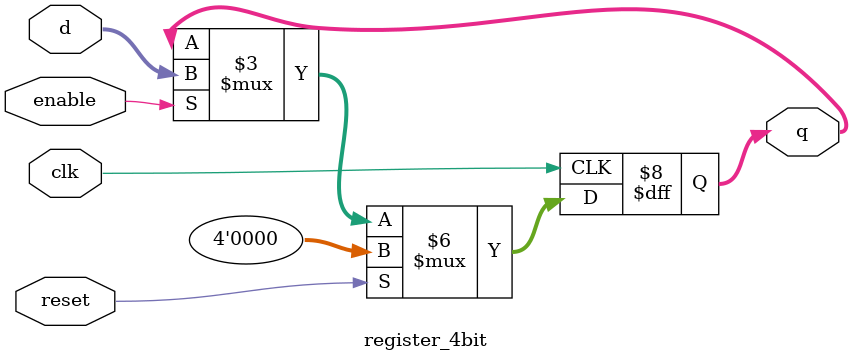
<source format=v>
`timescale 1ns / 1ps


module register_4bit (
    input clk,
    input reset,
    input enable,
    input [3:0] d,
    output reg [3:0] q
);

always @(posedge clk) begin
    if (reset)
        q <= 4'b0000;      
    else if (enable)
        q <= d;           
    else
        q <= q;            
end

endmodule


</source>
